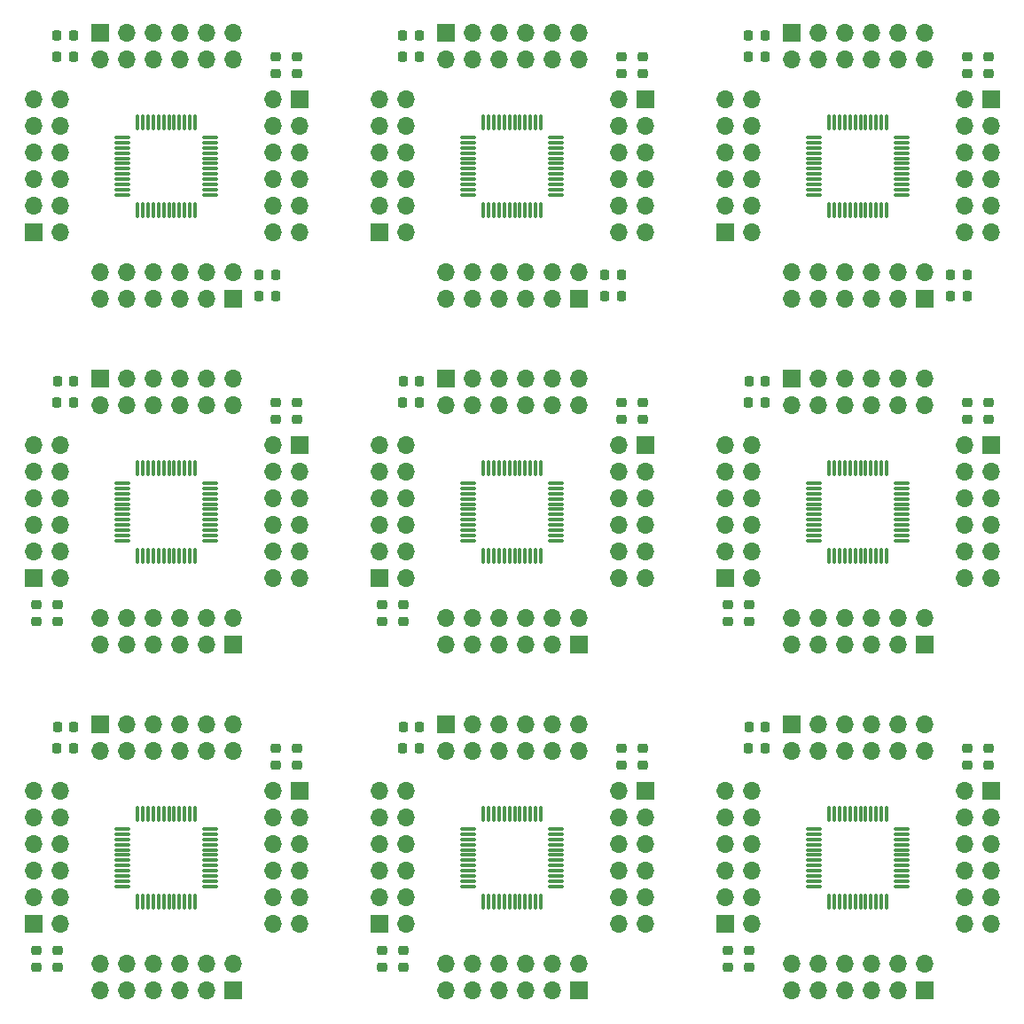
<source format=gbr>
%TF.GenerationSoftware,KiCad,Pcbnew,7.0.8*%
%TF.CreationDate,2024-03-04T23:40:14+01:00*%
%TF.ProjectId,scalenie,7363616c-656e-4696-952e-6b696361645f,rev?*%
%TF.SameCoordinates,Original*%
%TF.FileFunction,Soldermask,Top*%
%TF.FilePolarity,Negative*%
%FSLAX46Y46*%
G04 Gerber Fmt 4.6, Leading zero omitted, Abs format (unit mm)*
G04 Created by KiCad (PCBNEW 7.0.8) date 2024-03-04 23:40:14*
%MOMM*%
%LPD*%
G01*
G04 APERTURE LIST*
G04 Aperture macros list*
%AMRoundRect*
0 Rectangle with rounded corners*
0 $1 Rounding radius*
0 $2 $3 $4 $5 $6 $7 $8 $9 X,Y pos of 4 corners*
0 Add a 4 corners polygon primitive as box body*
4,1,4,$2,$3,$4,$5,$6,$7,$8,$9,$2,$3,0*
0 Add four circle primitives for the rounded corners*
1,1,$1+$1,$2,$3*
1,1,$1+$1,$4,$5*
1,1,$1+$1,$6,$7*
1,1,$1+$1,$8,$9*
0 Add four rect primitives between the rounded corners*
20,1,$1+$1,$2,$3,$4,$5,0*
20,1,$1+$1,$4,$5,$6,$7,0*
20,1,$1+$1,$6,$7,$8,$9,0*
20,1,$1+$1,$8,$9,$2,$3,0*%
G04 Aperture macros list end*
%ADD10R,1.700000X1.700000*%
%ADD11O,1.700000X1.700000*%
%ADD12RoundRect,0.075000X0.075000X-0.662500X0.075000X0.662500X-0.075000X0.662500X-0.075000X-0.662500X0*%
%ADD13RoundRect,0.075000X0.662500X-0.075000X0.662500X0.075000X-0.662500X0.075000X-0.662500X-0.075000X0*%
%ADD14RoundRect,0.225000X-0.225000X-0.250000X0.225000X-0.250000X0.225000X0.250000X-0.225000X0.250000X0*%
%ADD15RoundRect,0.225000X0.250000X-0.225000X0.250000X0.225000X-0.250000X0.225000X-0.250000X-0.225000X0*%
%ADD16RoundRect,0.075000X-0.662500X-0.075000X0.662500X-0.075000X0.662500X0.075000X-0.662500X0.075000X0*%
%ADD17RoundRect,0.075000X-0.075000X-0.662500X0.075000X-0.662500X0.075000X0.662500X-0.075000X0.662500X0*%
%ADD18RoundRect,0.225000X-0.250000X0.225000X-0.250000X-0.225000X0.250000X-0.225000X0.250000X0.225000X0*%
G04 APERTURE END LIST*
D10*
%TO.C,J2*%
X159258000Y-150114000D03*
D11*
X156718000Y-150114000D03*
X159258000Y-152654000D03*
X156718000Y-152654000D03*
X159258000Y-155194000D03*
X156718000Y-155194000D03*
X159258000Y-157734000D03*
X156718000Y-157734000D03*
X159258000Y-160274000D03*
X156718000Y-160274000D03*
X159258000Y-162814000D03*
X156718000Y-162814000D03*
%TD*%
D10*
%TO.C,J3*%
X133858000Y-162814000D03*
D11*
X136398000Y-162814000D03*
X133858000Y-160274000D03*
X136398000Y-160274000D03*
X133858000Y-157734000D03*
X136398000Y-157734000D03*
X133858000Y-155194000D03*
X136398000Y-155194000D03*
X133858000Y-152654000D03*
X136398000Y-152654000D03*
X133858000Y-150114000D03*
X136398000Y-150114000D03*
%TD*%
D10*
%TO.C,J4*%
X140208000Y-143764000D03*
D11*
X140208000Y-146304000D03*
X142748000Y-143764000D03*
X142748000Y-146304000D03*
X145288000Y-143764000D03*
X145288000Y-146304000D03*
X147828000Y-143764000D03*
X147828000Y-146304000D03*
X150368000Y-143764000D03*
X150368000Y-146304000D03*
X152908000Y-143764000D03*
X152908000Y-146304000D03*
%TD*%
D10*
%TO.C,J1*%
X152908000Y-169164000D03*
D11*
X152908000Y-166624000D03*
X150368000Y-169164000D03*
X150368000Y-166624000D03*
X147828000Y-169164000D03*
X147828000Y-166624000D03*
X145288000Y-169164000D03*
X145288000Y-166624000D03*
X142748000Y-169164000D03*
X142748000Y-166624000D03*
X140208000Y-169164000D03*
X140208000Y-166624000D03*
%TD*%
D12*
%TO.C,U1*%
X143808000Y-160626500D03*
X144308000Y-160626500D03*
X144808000Y-160626500D03*
X145308000Y-160626500D03*
X145808000Y-160626500D03*
X146308000Y-160626500D03*
X146808000Y-160626500D03*
X147308000Y-160626500D03*
X147808000Y-160626500D03*
X148308000Y-160626500D03*
X148808000Y-160626500D03*
X149308000Y-160626500D03*
D13*
X150720500Y-159214000D03*
X150720500Y-158714000D03*
X150720500Y-158214000D03*
X150720500Y-157714000D03*
X150720500Y-157214000D03*
X150720500Y-156714000D03*
X150720500Y-156214000D03*
X150720500Y-155714000D03*
X150720500Y-155214000D03*
X150720500Y-154714000D03*
X150720500Y-154214000D03*
X150720500Y-153714000D03*
D12*
X149308000Y-152301500D03*
X148808000Y-152301500D03*
X148308000Y-152301500D03*
X147808000Y-152301500D03*
X147308000Y-152301500D03*
X146808000Y-152301500D03*
X146308000Y-152301500D03*
X145808000Y-152301500D03*
X145308000Y-152301500D03*
X144808000Y-152301500D03*
X144308000Y-152301500D03*
X143808000Y-152301500D03*
D13*
X142395500Y-153714000D03*
X142395500Y-154214000D03*
X142395500Y-154714000D03*
X142395500Y-155214000D03*
X142395500Y-155714000D03*
X142395500Y-156214000D03*
X142395500Y-156714000D03*
X142395500Y-157214000D03*
X142395500Y-157714000D03*
X142395500Y-158214000D03*
X142395500Y-158714000D03*
X142395500Y-159214000D03*
%TD*%
D14*
%TO.C,C9*%
X136131000Y-146050000D03*
X137681000Y-146050000D03*
%TD*%
D15*
%TO.C,C2*%
X156972000Y-147587000D03*
X156972000Y-146037000D03*
%TD*%
D14*
%TO.C,C4*%
X136144000Y-144018000D03*
X137694000Y-144018000D03*
%TD*%
D15*
%TO.C,C5*%
X159004000Y-147600000D03*
X159004000Y-146050000D03*
%TD*%
%TO.C,C8*%
X136144000Y-166904000D03*
X136144000Y-165354000D03*
%TD*%
%TO.C,C6*%
X134112000Y-166891000D03*
X134112000Y-165341000D03*
%TD*%
D10*
%TO.C,J2*%
X126238000Y-150114000D03*
D11*
X123698000Y-150114000D03*
X126238000Y-152654000D03*
X123698000Y-152654000D03*
X126238000Y-155194000D03*
X123698000Y-155194000D03*
X126238000Y-157734000D03*
X123698000Y-157734000D03*
X126238000Y-160274000D03*
X123698000Y-160274000D03*
X126238000Y-162814000D03*
X123698000Y-162814000D03*
%TD*%
D10*
%TO.C,J3*%
X100838000Y-162814000D03*
D11*
X103378000Y-162814000D03*
X100838000Y-160274000D03*
X103378000Y-160274000D03*
X100838000Y-157734000D03*
X103378000Y-157734000D03*
X100838000Y-155194000D03*
X103378000Y-155194000D03*
X100838000Y-152654000D03*
X103378000Y-152654000D03*
X100838000Y-150114000D03*
X103378000Y-150114000D03*
%TD*%
D10*
%TO.C,J4*%
X107188000Y-143764000D03*
D11*
X107188000Y-146304000D03*
X109728000Y-143764000D03*
X109728000Y-146304000D03*
X112268000Y-143764000D03*
X112268000Y-146304000D03*
X114808000Y-143764000D03*
X114808000Y-146304000D03*
X117348000Y-143764000D03*
X117348000Y-146304000D03*
X119888000Y-143764000D03*
X119888000Y-146304000D03*
%TD*%
D10*
%TO.C,J1*%
X119888000Y-169164000D03*
D11*
X119888000Y-166624000D03*
X117348000Y-169164000D03*
X117348000Y-166624000D03*
X114808000Y-169164000D03*
X114808000Y-166624000D03*
X112268000Y-169164000D03*
X112268000Y-166624000D03*
X109728000Y-169164000D03*
X109728000Y-166624000D03*
X107188000Y-169164000D03*
X107188000Y-166624000D03*
%TD*%
D12*
%TO.C,U1*%
X110788000Y-160626500D03*
X111288000Y-160626500D03*
X111788000Y-160626500D03*
X112288000Y-160626500D03*
X112788000Y-160626500D03*
X113288000Y-160626500D03*
X113788000Y-160626500D03*
X114288000Y-160626500D03*
X114788000Y-160626500D03*
X115288000Y-160626500D03*
X115788000Y-160626500D03*
X116288000Y-160626500D03*
D13*
X117700500Y-159214000D03*
X117700500Y-158714000D03*
X117700500Y-158214000D03*
X117700500Y-157714000D03*
X117700500Y-157214000D03*
X117700500Y-156714000D03*
X117700500Y-156214000D03*
X117700500Y-155714000D03*
X117700500Y-155214000D03*
X117700500Y-154714000D03*
X117700500Y-154214000D03*
X117700500Y-153714000D03*
D12*
X116288000Y-152301500D03*
X115788000Y-152301500D03*
X115288000Y-152301500D03*
X114788000Y-152301500D03*
X114288000Y-152301500D03*
X113788000Y-152301500D03*
X113288000Y-152301500D03*
X112788000Y-152301500D03*
X112288000Y-152301500D03*
X111788000Y-152301500D03*
X111288000Y-152301500D03*
X110788000Y-152301500D03*
D13*
X109375500Y-153714000D03*
X109375500Y-154214000D03*
X109375500Y-154714000D03*
X109375500Y-155214000D03*
X109375500Y-155714000D03*
X109375500Y-156214000D03*
X109375500Y-156714000D03*
X109375500Y-157214000D03*
X109375500Y-157714000D03*
X109375500Y-158214000D03*
X109375500Y-158714000D03*
X109375500Y-159214000D03*
%TD*%
D14*
%TO.C,C9*%
X103111000Y-146050000D03*
X104661000Y-146050000D03*
%TD*%
D15*
%TO.C,C2*%
X123952000Y-147587000D03*
X123952000Y-146037000D03*
%TD*%
D14*
%TO.C,C4*%
X103124000Y-144018000D03*
X104674000Y-144018000D03*
%TD*%
D15*
%TO.C,C5*%
X125984000Y-147600000D03*
X125984000Y-146050000D03*
%TD*%
%TO.C,C8*%
X103124000Y-166904000D03*
X103124000Y-165354000D03*
%TD*%
%TO.C,C6*%
X101092000Y-166891000D03*
X101092000Y-165341000D03*
%TD*%
D10*
%TO.C,J2*%
X93218000Y-150114000D03*
D11*
X90678000Y-150114000D03*
X93218000Y-152654000D03*
X90678000Y-152654000D03*
X93218000Y-155194000D03*
X90678000Y-155194000D03*
X93218000Y-157734000D03*
X90678000Y-157734000D03*
X93218000Y-160274000D03*
X90678000Y-160274000D03*
X93218000Y-162814000D03*
X90678000Y-162814000D03*
%TD*%
D10*
%TO.C,J3*%
X67818000Y-162814000D03*
D11*
X70358000Y-162814000D03*
X67818000Y-160274000D03*
X70358000Y-160274000D03*
X67818000Y-157734000D03*
X70358000Y-157734000D03*
X67818000Y-155194000D03*
X70358000Y-155194000D03*
X67818000Y-152654000D03*
X70358000Y-152654000D03*
X67818000Y-150114000D03*
X70358000Y-150114000D03*
%TD*%
D10*
%TO.C,J4*%
X74168000Y-143764000D03*
D11*
X74168000Y-146304000D03*
X76708000Y-143764000D03*
X76708000Y-146304000D03*
X79248000Y-143764000D03*
X79248000Y-146304000D03*
X81788000Y-143764000D03*
X81788000Y-146304000D03*
X84328000Y-143764000D03*
X84328000Y-146304000D03*
X86868000Y-143764000D03*
X86868000Y-146304000D03*
%TD*%
D10*
%TO.C,J1*%
X86868000Y-169164000D03*
D11*
X86868000Y-166624000D03*
X84328000Y-169164000D03*
X84328000Y-166624000D03*
X81788000Y-169164000D03*
X81788000Y-166624000D03*
X79248000Y-169164000D03*
X79248000Y-166624000D03*
X76708000Y-169164000D03*
X76708000Y-166624000D03*
X74168000Y-169164000D03*
X74168000Y-166624000D03*
%TD*%
D12*
%TO.C,U1*%
X77768000Y-160626500D03*
X78268000Y-160626500D03*
X78768000Y-160626500D03*
X79268000Y-160626500D03*
X79768000Y-160626500D03*
X80268000Y-160626500D03*
X80768000Y-160626500D03*
X81268000Y-160626500D03*
X81768000Y-160626500D03*
X82268000Y-160626500D03*
X82768000Y-160626500D03*
X83268000Y-160626500D03*
D13*
X84680500Y-159214000D03*
X84680500Y-158714000D03*
X84680500Y-158214000D03*
X84680500Y-157714000D03*
X84680500Y-157214000D03*
X84680500Y-156714000D03*
X84680500Y-156214000D03*
X84680500Y-155714000D03*
X84680500Y-155214000D03*
X84680500Y-154714000D03*
X84680500Y-154214000D03*
X84680500Y-153714000D03*
D12*
X83268000Y-152301500D03*
X82768000Y-152301500D03*
X82268000Y-152301500D03*
X81768000Y-152301500D03*
X81268000Y-152301500D03*
X80768000Y-152301500D03*
X80268000Y-152301500D03*
X79768000Y-152301500D03*
X79268000Y-152301500D03*
X78768000Y-152301500D03*
X78268000Y-152301500D03*
X77768000Y-152301500D03*
D13*
X76355500Y-153714000D03*
X76355500Y-154214000D03*
X76355500Y-154714000D03*
X76355500Y-155214000D03*
X76355500Y-155714000D03*
X76355500Y-156214000D03*
X76355500Y-156714000D03*
X76355500Y-157214000D03*
X76355500Y-157714000D03*
X76355500Y-158214000D03*
X76355500Y-158714000D03*
X76355500Y-159214000D03*
%TD*%
D14*
%TO.C,C9*%
X70091000Y-146050000D03*
X71641000Y-146050000D03*
%TD*%
D15*
%TO.C,C2*%
X90932000Y-147587000D03*
X90932000Y-146037000D03*
%TD*%
D14*
%TO.C,C4*%
X70104000Y-144018000D03*
X71654000Y-144018000D03*
%TD*%
D15*
%TO.C,C5*%
X92964000Y-147600000D03*
X92964000Y-146050000D03*
%TD*%
%TO.C,C8*%
X70104000Y-166904000D03*
X70104000Y-165354000D03*
%TD*%
%TO.C,C6*%
X68072000Y-166891000D03*
X68072000Y-165341000D03*
%TD*%
D10*
%TO.C,J2*%
X159258000Y-117094000D03*
D11*
X156718000Y-117094000D03*
X159258000Y-119634000D03*
X156718000Y-119634000D03*
X159258000Y-122174000D03*
X156718000Y-122174000D03*
X159258000Y-124714000D03*
X156718000Y-124714000D03*
X159258000Y-127254000D03*
X156718000Y-127254000D03*
X159258000Y-129794000D03*
X156718000Y-129794000D03*
%TD*%
D10*
%TO.C,J3*%
X133858000Y-129794000D03*
D11*
X136398000Y-129794000D03*
X133858000Y-127254000D03*
X136398000Y-127254000D03*
X133858000Y-124714000D03*
X136398000Y-124714000D03*
X133858000Y-122174000D03*
X136398000Y-122174000D03*
X133858000Y-119634000D03*
X136398000Y-119634000D03*
X133858000Y-117094000D03*
X136398000Y-117094000D03*
%TD*%
D10*
%TO.C,J4*%
X140208000Y-110744000D03*
D11*
X140208000Y-113284000D03*
X142748000Y-110744000D03*
X142748000Y-113284000D03*
X145288000Y-110744000D03*
X145288000Y-113284000D03*
X147828000Y-110744000D03*
X147828000Y-113284000D03*
X150368000Y-110744000D03*
X150368000Y-113284000D03*
X152908000Y-110744000D03*
X152908000Y-113284000D03*
%TD*%
D10*
%TO.C,J1*%
X152908000Y-136144000D03*
D11*
X152908000Y-133604000D03*
X150368000Y-136144000D03*
X150368000Y-133604000D03*
X147828000Y-136144000D03*
X147828000Y-133604000D03*
X145288000Y-136144000D03*
X145288000Y-133604000D03*
X142748000Y-136144000D03*
X142748000Y-133604000D03*
X140208000Y-136144000D03*
X140208000Y-133604000D03*
%TD*%
D12*
%TO.C,U1*%
X143808000Y-127606500D03*
X144308000Y-127606500D03*
X144808000Y-127606500D03*
X145308000Y-127606500D03*
X145808000Y-127606500D03*
X146308000Y-127606500D03*
X146808000Y-127606500D03*
X147308000Y-127606500D03*
X147808000Y-127606500D03*
X148308000Y-127606500D03*
X148808000Y-127606500D03*
X149308000Y-127606500D03*
D13*
X150720500Y-126194000D03*
X150720500Y-125694000D03*
X150720500Y-125194000D03*
X150720500Y-124694000D03*
X150720500Y-124194000D03*
X150720500Y-123694000D03*
X150720500Y-123194000D03*
X150720500Y-122694000D03*
X150720500Y-122194000D03*
X150720500Y-121694000D03*
X150720500Y-121194000D03*
X150720500Y-120694000D03*
D12*
X149308000Y-119281500D03*
X148808000Y-119281500D03*
X148308000Y-119281500D03*
X147808000Y-119281500D03*
X147308000Y-119281500D03*
X146808000Y-119281500D03*
X146308000Y-119281500D03*
X145808000Y-119281500D03*
X145308000Y-119281500D03*
X144808000Y-119281500D03*
X144308000Y-119281500D03*
X143808000Y-119281500D03*
D13*
X142395500Y-120694000D03*
X142395500Y-121194000D03*
X142395500Y-121694000D03*
X142395500Y-122194000D03*
X142395500Y-122694000D03*
X142395500Y-123194000D03*
X142395500Y-123694000D03*
X142395500Y-124194000D03*
X142395500Y-124694000D03*
X142395500Y-125194000D03*
X142395500Y-125694000D03*
X142395500Y-126194000D03*
%TD*%
D14*
%TO.C,C9*%
X136131000Y-113030000D03*
X137681000Y-113030000D03*
%TD*%
D15*
%TO.C,C2*%
X156972000Y-114567000D03*
X156972000Y-113017000D03*
%TD*%
D14*
%TO.C,C4*%
X136144000Y-110998000D03*
X137694000Y-110998000D03*
%TD*%
D15*
%TO.C,C5*%
X159004000Y-114580000D03*
X159004000Y-113030000D03*
%TD*%
%TO.C,C8*%
X136144000Y-133884000D03*
X136144000Y-132334000D03*
%TD*%
%TO.C,C6*%
X134112000Y-133871000D03*
X134112000Y-132321000D03*
%TD*%
D10*
%TO.C,J2*%
X126238000Y-117094000D03*
D11*
X123698000Y-117094000D03*
X126238000Y-119634000D03*
X123698000Y-119634000D03*
X126238000Y-122174000D03*
X123698000Y-122174000D03*
X126238000Y-124714000D03*
X123698000Y-124714000D03*
X126238000Y-127254000D03*
X123698000Y-127254000D03*
X126238000Y-129794000D03*
X123698000Y-129794000D03*
%TD*%
D10*
%TO.C,J3*%
X100838000Y-129794000D03*
D11*
X103378000Y-129794000D03*
X100838000Y-127254000D03*
X103378000Y-127254000D03*
X100838000Y-124714000D03*
X103378000Y-124714000D03*
X100838000Y-122174000D03*
X103378000Y-122174000D03*
X100838000Y-119634000D03*
X103378000Y-119634000D03*
X100838000Y-117094000D03*
X103378000Y-117094000D03*
%TD*%
D10*
%TO.C,J4*%
X107188000Y-110744000D03*
D11*
X107188000Y-113284000D03*
X109728000Y-110744000D03*
X109728000Y-113284000D03*
X112268000Y-110744000D03*
X112268000Y-113284000D03*
X114808000Y-110744000D03*
X114808000Y-113284000D03*
X117348000Y-110744000D03*
X117348000Y-113284000D03*
X119888000Y-110744000D03*
X119888000Y-113284000D03*
%TD*%
D10*
%TO.C,J1*%
X119888000Y-136144000D03*
D11*
X119888000Y-133604000D03*
X117348000Y-136144000D03*
X117348000Y-133604000D03*
X114808000Y-136144000D03*
X114808000Y-133604000D03*
X112268000Y-136144000D03*
X112268000Y-133604000D03*
X109728000Y-136144000D03*
X109728000Y-133604000D03*
X107188000Y-136144000D03*
X107188000Y-133604000D03*
%TD*%
D12*
%TO.C,U1*%
X110788000Y-127606500D03*
X111288000Y-127606500D03*
X111788000Y-127606500D03*
X112288000Y-127606500D03*
X112788000Y-127606500D03*
X113288000Y-127606500D03*
X113788000Y-127606500D03*
X114288000Y-127606500D03*
X114788000Y-127606500D03*
X115288000Y-127606500D03*
X115788000Y-127606500D03*
X116288000Y-127606500D03*
D13*
X117700500Y-126194000D03*
X117700500Y-125694000D03*
X117700500Y-125194000D03*
X117700500Y-124694000D03*
X117700500Y-124194000D03*
X117700500Y-123694000D03*
X117700500Y-123194000D03*
X117700500Y-122694000D03*
X117700500Y-122194000D03*
X117700500Y-121694000D03*
X117700500Y-121194000D03*
X117700500Y-120694000D03*
D12*
X116288000Y-119281500D03*
X115788000Y-119281500D03*
X115288000Y-119281500D03*
X114788000Y-119281500D03*
X114288000Y-119281500D03*
X113788000Y-119281500D03*
X113288000Y-119281500D03*
X112788000Y-119281500D03*
X112288000Y-119281500D03*
X111788000Y-119281500D03*
X111288000Y-119281500D03*
X110788000Y-119281500D03*
D13*
X109375500Y-120694000D03*
X109375500Y-121194000D03*
X109375500Y-121694000D03*
X109375500Y-122194000D03*
X109375500Y-122694000D03*
X109375500Y-123194000D03*
X109375500Y-123694000D03*
X109375500Y-124194000D03*
X109375500Y-124694000D03*
X109375500Y-125194000D03*
X109375500Y-125694000D03*
X109375500Y-126194000D03*
%TD*%
D14*
%TO.C,C9*%
X103111000Y-113030000D03*
X104661000Y-113030000D03*
%TD*%
D15*
%TO.C,C2*%
X123952000Y-114567000D03*
X123952000Y-113017000D03*
%TD*%
D14*
%TO.C,C4*%
X103124000Y-110998000D03*
X104674000Y-110998000D03*
%TD*%
D15*
%TO.C,C5*%
X125984000Y-114580000D03*
X125984000Y-113030000D03*
%TD*%
%TO.C,C8*%
X103124000Y-133884000D03*
X103124000Y-132334000D03*
%TD*%
%TO.C,C6*%
X101092000Y-133871000D03*
X101092000Y-132321000D03*
%TD*%
D10*
%TO.C,J2*%
X93218000Y-117094000D03*
D11*
X90678000Y-117094000D03*
X93218000Y-119634000D03*
X90678000Y-119634000D03*
X93218000Y-122174000D03*
X90678000Y-122174000D03*
X93218000Y-124714000D03*
X90678000Y-124714000D03*
X93218000Y-127254000D03*
X90678000Y-127254000D03*
X93218000Y-129794000D03*
X90678000Y-129794000D03*
%TD*%
D10*
%TO.C,J3*%
X67818000Y-129794000D03*
D11*
X70358000Y-129794000D03*
X67818000Y-127254000D03*
X70358000Y-127254000D03*
X67818000Y-124714000D03*
X70358000Y-124714000D03*
X67818000Y-122174000D03*
X70358000Y-122174000D03*
X67818000Y-119634000D03*
X70358000Y-119634000D03*
X67818000Y-117094000D03*
X70358000Y-117094000D03*
%TD*%
D10*
%TO.C,J4*%
X74168000Y-110744000D03*
D11*
X74168000Y-113284000D03*
X76708000Y-110744000D03*
X76708000Y-113284000D03*
X79248000Y-110744000D03*
X79248000Y-113284000D03*
X81788000Y-110744000D03*
X81788000Y-113284000D03*
X84328000Y-110744000D03*
X84328000Y-113284000D03*
X86868000Y-110744000D03*
X86868000Y-113284000D03*
%TD*%
D10*
%TO.C,J1*%
X86868000Y-136144000D03*
D11*
X86868000Y-133604000D03*
X84328000Y-136144000D03*
X84328000Y-133604000D03*
X81788000Y-136144000D03*
X81788000Y-133604000D03*
X79248000Y-136144000D03*
X79248000Y-133604000D03*
X76708000Y-136144000D03*
X76708000Y-133604000D03*
X74168000Y-136144000D03*
X74168000Y-133604000D03*
%TD*%
D12*
%TO.C,U1*%
X77768000Y-127606500D03*
X78268000Y-127606500D03*
X78768000Y-127606500D03*
X79268000Y-127606500D03*
X79768000Y-127606500D03*
X80268000Y-127606500D03*
X80768000Y-127606500D03*
X81268000Y-127606500D03*
X81768000Y-127606500D03*
X82268000Y-127606500D03*
X82768000Y-127606500D03*
X83268000Y-127606500D03*
D13*
X84680500Y-126194000D03*
X84680500Y-125694000D03*
X84680500Y-125194000D03*
X84680500Y-124694000D03*
X84680500Y-124194000D03*
X84680500Y-123694000D03*
X84680500Y-123194000D03*
X84680500Y-122694000D03*
X84680500Y-122194000D03*
X84680500Y-121694000D03*
X84680500Y-121194000D03*
X84680500Y-120694000D03*
D12*
X83268000Y-119281500D03*
X82768000Y-119281500D03*
X82268000Y-119281500D03*
X81768000Y-119281500D03*
X81268000Y-119281500D03*
X80768000Y-119281500D03*
X80268000Y-119281500D03*
X79768000Y-119281500D03*
X79268000Y-119281500D03*
X78768000Y-119281500D03*
X78268000Y-119281500D03*
X77768000Y-119281500D03*
D13*
X76355500Y-120694000D03*
X76355500Y-121194000D03*
X76355500Y-121694000D03*
X76355500Y-122194000D03*
X76355500Y-122694000D03*
X76355500Y-123194000D03*
X76355500Y-123694000D03*
X76355500Y-124194000D03*
X76355500Y-124694000D03*
X76355500Y-125194000D03*
X76355500Y-125694000D03*
X76355500Y-126194000D03*
%TD*%
D14*
%TO.C,C9*%
X70091000Y-113030000D03*
X71641000Y-113030000D03*
%TD*%
D15*
%TO.C,C2*%
X90932000Y-114567000D03*
X90932000Y-113017000D03*
%TD*%
D14*
%TO.C,C4*%
X70104000Y-110998000D03*
X71654000Y-110998000D03*
%TD*%
D15*
%TO.C,C5*%
X92964000Y-114580000D03*
X92964000Y-113030000D03*
%TD*%
%TO.C,C8*%
X70104000Y-133884000D03*
X70104000Y-132334000D03*
%TD*%
%TO.C,C6*%
X68072000Y-133871000D03*
X68072000Y-132321000D03*
%TD*%
D10*
%TO.C,J2*%
X152908000Y-103124000D03*
D11*
X152908000Y-100584000D03*
X150368000Y-103124000D03*
X150368000Y-100584000D03*
X147828000Y-103124000D03*
X147828000Y-100584000D03*
X145288000Y-103124000D03*
X145288000Y-100584000D03*
X142748000Y-103124000D03*
X142748000Y-100584000D03*
X140208000Y-103124000D03*
X140208000Y-100584000D03*
%TD*%
D10*
%TO.C,J3*%
X140208000Y-77724000D03*
D11*
X140208000Y-80264000D03*
X142748000Y-77724000D03*
X142748000Y-80264000D03*
X145288000Y-77724000D03*
X145288000Y-80264000D03*
X147828000Y-77724000D03*
X147828000Y-80264000D03*
X150368000Y-77724000D03*
X150368000Y-80264000D03*
X152908000Y-77724000D03*
X152908000Y-80264000D03*
%TD*%
D10*
%TO.C,J4*%
X159258000Y-84074000D03*
D11*
X156718000Y-84074000D03*
X159258000Y-86614000D03*
X156718000Y-86614000D03*
X159258000Y-89154000D03*
X156718000Y-89154000D03*
X159258000Y-91694000D03*
X156718000Y-91694000D03*
X159258000Y-94234000D03*
X156718000Y-94234000D03*
X159258000Y-96774000D03*
X156718000Y-96774000D03*
%TD*%
D10*
%TO.C,J1*%
X133858000Y-96774000D03*
D11*
X136398000Y-96774000D03*
X133858000Y-94234000D03*
X136398000Y-94234000D03*
X133858000Y-91694000D03*
X136398000Y-91694000D03*
X133858000Y-89154000D03*
X136398000Y-89154000D03*
X133858000Y-86614000D03*
X136398000Y-86614000D03*
X133858000Y-84074000D03*
X136398000Y-84074000D03*
%TD*%
D16*
%TO.C,U1*%
X142395500Y-87674000D03*
X142395500Y-88174000D03*
X142395500Y-88674000D03*
X142395500Y-89174000D03*
X142395500Y-89674000D03*
X142395500Y-90174000D03*
X142395500Y-90674000D03*
X142395500Y-91174000D03*
X142395500Y-91674000D03*
X142395500Y-92174000D03*
X142395500Y-92674000D03*
X142395500Y-93174000D03*
D17*
X143808000Y-94586500D03*
X144308000Y-94586500D03*
X144808000Y-94586500D03*
X145308000Y-94586500D03*
X145808000Y-94586500D03*
X146308000Y-94586500D03*
X146808000Y-94586500D03*
X147308000Y-94586500D03*
X147808000Y-94586500D03*
X148308000Y-94586500D03*
X148808000Y-94586500D03*
X149308000Y-94586500D03*
D16*
X150720500Y-93174000D03*
X150720500Y-92674000D03*
X150720500Y-92174000D03*
X150720500Y-91674000D03*
X150720500Y-91174000D03*
X150720500Y-90674000D03*
X150720500Y-90174000D03*
X150720500Y-89674000D03*
X150720500Y-89174000D03*
X150720500Y-88674000D03*
X150720500Y-88174000D03*
X150720500Y-87674000D03*
D17*
X149308000Y-86261500D03*
X148808000Y-86261500D03*
X148308000Y-86261500D03*
X147808000Y-86261500D03*
X147308000Y-86261500D03*
X146808000Y-86261500D03*
X146308000Y-86261500D03*
X145808000Y-86261500D03*
X145308000Y-86261500D03*
X144808000Y-86261500D03*
X144308000Y-86261500D03*
X143808000Y-86261500D03*
%TD*%
D18*
%TO.C,C9*%
X156972000Y-79997000D03*
X156972000Y-81547000D03*
%TD*%
D14*
%TO.C,C2*%
X155435000Y-100838000D03*
X156985000Y-100838000D03*
%TD*%
D18*
%TO.C,C4*%
X159004000Y-80010000D03*
X159004000Y-81560000D03*
%TD*%
D14*
%TO.C,C5*%
X155422000Y-102870000D03*
X156972000Y-102870000D03*
%TD*%
%TO.C,C8*%
X136118000Y-80010000D03*
X137668000Y-80010000D03*
%TD*%
%TO.C,C6*%
X136131000Y-77978000D03*
X137681000Y-77978000D03*
%TD*%
D10*
%TO.C,J2*%
X119888000Y-103124000D03*
D11*
X119888000Y-100584000D03*
X117348000Y-103124000D03*
X117348000Y-100584000D03*
X114808000Y-103124000D03*
X114808000Y-100584000D03*
X112268000Y-103124000D03*
X112268000Y-100584000D03*
X109728000Y-103124000D03*
X109728000Y-100584000D03*
X107188000Y-103124000D03*
X107188000Y-100584000D03*
%TD*%
D10*
%TO.C,J3*%
X107188000Y-77724000D03*
D11*
X107188000Y-80264000D03*
X109728000Y-77724000D03*
X109728000Y-80264000D03*
X112268000Y-77724000D03*
X112268000Y-80264000D03*
X114808000Y-77724000D03*
X114808000Y-80264000D03*
X117348000Y-77724000D03*
X117348000Y-80264000D03*
X119888000Y-77724000D03*
X119888000Y-80264000D03*
%TD*%
D10*
%TO.C,J4*%
X126238000Y-84074000D03*
D11*
X123698000Y-84074000D03*
X126238000Y-86614000D03*
X123698000Y-86614000D03*
X126238000Y-89154000D03*
X123698000Y-89154000D03*
X126238000Y-91694000D03*
X123698000Y-91694000D03*
X126238000Y-94234000D03*
X123698000Y-94234000D03*
X126238000Y-96774000D03*
X123698000Y-96774000D03*
%TD*%
D10*
%TO.C,J1*%
X100838000Y-96774000D03*
D11*
X103378000Y-96774000D03*
X100838000Y-94234000D03*
X103378000Y-94234000D03*
X100838000Y-91694000D03*
X103378000Y-91694000D03*
X100838000Y-89154000D03*
X103378000Y-89154000D03*
X100838000Y-86614000D03*
X103378000Y-86614000D03*
X100838000Y-84074000D03*
X103378000Y-84074000D03*
%TD*%
D16*
%TO.C,U1*%
X109375500Y-87674000D03*
X109375500Y-88174000D03*
X109375500Y-88674000D03*
X109375500Y-89174000D03*
X109375500Y-89674000D03*
X109375500Y-90174000D03*
X109375500Y-90674000D03*
X109375500Y-91174000D03*
X109375500Y-91674000D03*
X109375500Y-92174000D03*
X109375500Y-92674000D03*
X109375500Y-93174000D03*
D17*
X110788000Y-94586500D03*
X111288000Y-94586500D03*
X111788000Y-94586500D03*
X112288000Y-94586500D03*
X112788000Y-94586500D03*
X113288000Y-94586500D03*
X113788000Y-94586500D03*
X114288000Y-94586500D03*
X114788000Y-94586500D03*
X115288000Y-94586500D03*
X115788000Y-94586500D03*
X116288000Y-94586500D03*
D16*
X117700500Y-93174000D03*
X117700500Y-92674000D03*
X117700500Y-92174000D03*
X117700500Y-91674000D03*
X117700500Y-91174000D03*
X117700500Y-90674000D03*
X117700500Y-90174000D03*
X117700500Y-89674000D03*
X117700500Y-89174000D03*
X117700500Y-88674000D03*
X117700500Y-88174000D03*
X117700500Y-87674000D03*
D17*
X116288000Y-86261500D03*
X115788000Y-86261500D03*
X115288000Y-86261500D03*
X114788000Y-86261500D03*
X114288000Y-86261500D03*
X113788000Y-86261500D03*
X113288000Y-86261500D03*
X112788000Y-86261500D03*
X112288000Y-86261500D03*
X111788000Y-86261500D03*
X111288000Y-86261500D03*
X110788000Y-86261500D03*
%TD*%
D18*
%TO.C,C9*%
X123952000Y-79997000D03*
X123952000Y-81547000D03*
%TD*%
D14*
%TO.C,C2*%
X122415000Y-100838000D03*
X123965000Y-100838000D03*
%TD*%
D18*
%TO.C,C4*%
X125984000Y-80010000D03*
X125984000Y-81560000D03*
%TD*%
D14*
%TO.C,C5*%
X122402000Y-102870000D03*
X123952000Y-102870000D03*
%TD*%
%TO.C,C8*%
X103098000Y-80010000D03*
X104648000Y-80010000D03*
%TD*%
%TO.C,C6*%
X103111000Y-77978000D03*
X104661000Y-77978000D03*
%TD*%
%TO.C,C6*%
X70091000Y-77978000D03*
X71641000Y-77978000D03*
%TD*%
%TO.C,C8*%
X70078000Y-80010000D03*
X71628000Y-80010000D03*
%TD*%
%TO.C,C5*%
X89382000Y-102870000D03*
X90932000Y-102870000D03*
%TD*%
D18*
%TO.C,C4*%
X92964000Y-80010000D03*
X92964000Y-81560000D03*
%TD*%
D14*
%TO.C,C2*%
X89395000Y-100838000D03*
X90945000Y-100838000D03*
%TD*%
D18*
%TO.C,C9*%
X90932000Y-79997000D03*
X90932000Y-81547000D03*
%TD*%
D16*
%TO.C,U1*%
X76355500Y-87674000D03*
X76355500Y-88174000D03*
X76355500Y-88674000D03*
X76355500Y-89174000D03*
X76355500Y-89674000D03*
X76355500Y-90174000D03*
X76355500Y-90674000D03*
X76355500Y-91174000D03*
X76355500Y-91674000D03*
X76355500Y-92174000D03*
X76355500Y-92674000D03*
X76355500Y-93174000D03*
D17*
X77768000Y-94586500D03*
X78268000Y-94586500D03*
X78768000Y-94586500D03*
X79268000Y-94586500D03*
X79768000Y-94586500D03*
X80268000Y-94586500D03*
X80768000Y-94586500D03*
X81268000Y-94586500D03*
X81768000Y-94586500D03*
X82268000Y-94586500D03*
X82768000Y-94586500D03*
X83268000Y-94586500D03*
D16*
X84680500Y-93174000D03*
X84680500Y-92674000D03*
X84680500Y-92174000D03*
X84680500Y-91674000D03*
X84680500Y-91174000D03*
X84680500Y-90674000D03*
X84680500Y-90174000D03*
X84680500Y-89674000D03*
X84680500Y-89174000D03*
X84680500Y-88674000D03*
X84680500Y-88174000D03*
X84680500Y-87674000D03*
D17*
X83268000Y-86261500D03*
X82768000Y-86261500D03*
X82268000Y-86261500D03*
X81768000Y-86261500D03*
X81268000Y-86261500D03*
X80768000Y-86261500D03*
X80268000Y-86261500D03*
X79768000Y-86261500D03*
X79268000Y-86261500D03*
X78768000Y-86261500D03*
X78268000Y-86261500D03*
X77768000Y-86261500D03*
%TD*%
D10*
%TO.C,J4*%
X93218000Y-84074000D03*
D11*
X90678000Y-84074000D03*
X93218000Y-86614000D03*
X90678000Y-86614000D03*
X93218000Y-89154000D03*
X90678000Y-89154000D03*
X93218000Y-91694000D03*
X90678000Y-91694000D03*
X93218000Y-94234000D03*
X90678000Y-94234000D03*
X93218000Y-96774000D03*
X90678000Y-96774000D03*
%TD*%
D10*
%TO.C,J3*%
X74168000Y-77724000D03*
D11*
X74168000Y-80264000D03*
X76708000Y-77724000D03*
X76708000Y-80264000D03*
X79248000Y-77724000D03*
X79248000Y-80264000D03*
X81788000Y-77724000D03*
X81788000Y-80264000D03*
X84328000Y-77724000D03*
X84328000Y-80264000D03*
X86868000Y-77724000D03*
X86868000Y-80264000D03*
%TD*%
D10*
%TO.C,J2*%
X86868000Y-103124000D03*
D11*
X86868000Y-100584000D03*
X84328000Y-103124000D03*
X84328000Y-100584000D03*
X81788000Y-103124000D03*
X81788000Y-100584000D03*
X79248000Y-103124000D03*
X79248000Y-100584000D03*
X76708000Y-103124000D03*
X76708000Y-100584000D03*
X74168000Y-103124000D03*
X74168000Y-100584000D03*
%TD*%
D10*
%TO.C,J1*%
X67818000Y-96774000D03*
D11*
X70358000Y-96774000D03*
X67818000Y-94234000D03*
X70358000Y-94234000D03*
X67818000Y-91694000D03*
X70358000Y-91694000D03*
X67818000Y-89154000D03*
X70358000Y-89154000D03*
X67818000Y-86614000D03*
X70358000Y-86614000D03*
X67818000Y-84074000D03*
X70358000Y-84074000D03*
%TD*%
M02*

</source>
